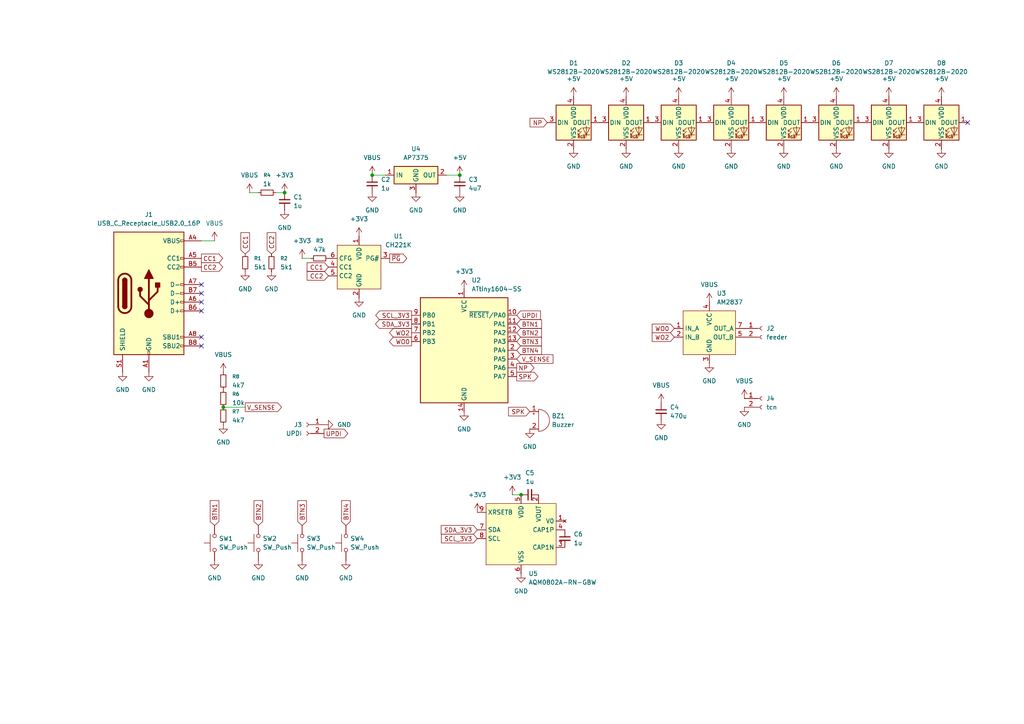
<source format=kicad_sch>
(kicad_sch (version 20250114) (generator "eeschema") (generator_version "9.0")
  (paper "A4")
  (lib_symbols
    (symbol "Connector:Conn_01x02_Socket" (pin_names (offset 1.016) (hide yes))
      (property "Reference" "J" (at 0 2.54 0))
      (property "Value" "Conn_01x02_Socket" (at 0 -5.08 0))
      (symbol "Conn_01x02_Socket_1_1"
        (polyline (pts (xy -1.27 0) (xy -0.508 0)) (stroke (width 0.1524)))
        (polyline (pts (xy -1.27 -2.54) (xy -0.508 -2.54)) (stroke (width 0.1524)))
        (arc (start 0 -0.508) (mid -0.5058 0) (end 0 0.508) (stroke (width 0.1524)))
        (arc (start 0 -3.048) (mid -0.5058 -2.54) (end 0 -2.032) (stroke (width 0.1524)))
        (pin passive line (at -5.08 0 0) (length 3.81) (name "Pin_1") (number "1"))
        (pin passive line (at -5.08 -2.54 0) (length 3.81) (name "Pin_2") (number "2"))
      )
    )
    (symbol "Connector:USB_C_Receptacle_USB2.0_16P" (pin_names (offset 1.016))
      (property "Reference" "J" (at 0 22.225 0))
      (property "Value" "USB_C_Receptacle_USB2.0_16P" (at 0 19.685 0))
      (symbol "USB_C_Receptacle_USB2.0_16P_0_0"
        (rectangle (start -0.254 -17.78) (end 0.254 -16.764))
        (rectangle (start 10.16 15.494) (end 9.144 14.986))
        (rectangle (start 10.16 10.414) (end 9.144 9.906))
        (rectangle (start 10.16 7.874) (end 9.144 7.366))
        (rectangle (start 10.16 2.794) (end 9.144 2.286))
        (rectangle (start 10.16 0.254) (end 9.144 -0.254))
        (rectangle (start 10.16 -2.286) (end 9.144 -2.794))
        (rectangle (start 10.16 -4.826) (end 9.144 -5.334))
        (rectangle (start 10.16 -12.446) (end 9.144 -12.954))
        (rectangle (start 10.16 -14.986) (end 9.144 -15.494))
      )
      (symbol "USB_C_Receptacle_USB2.0_16P_0_1"
        (rectangle (start -10.16 17.78) (end 10.16 -17.78) (stroke (width 0.254)) (fill (type background)))
        (polyline (pts (xy -8.89 -3.81) (xy -8.89 3.81)) (stroke (width 0.508)))
        (rectangle (start -7.62 -3.81) (end -6.35 3.81) (stroke (width 0.254)) (fill (type outline)))
        (arc (start -7.62 3.81) (mid -6.985 4.4423) (end -6.35 3.81) (stroke (width 0.254)))
        (arc (start -7.62 3.81) (mid -6.985 4.4423) (end -6.35 3.81) (stroke (width 0.254)) (fill (type outline)))
        (arc (start -8.89 3.81) (mid -6.985 5.7067) (end -5.08 3.81) (stroke (width 0.508)))
        (arc (start -5.08 -3.81) (mid -6.985 -5.7067) (end -8.89 -3.81) (stroke (width 0.508)))
        (arc (start -6.35 -3.81) (mid -6.985 -4.4423) (end -7.62 -3.81) (stroke (width 0.254)))
        (arc (start -6.35 -3.81) (mid -6.985 -4.4423) (end -7.62 -3.81) (stroke (width 0.254)) (fill (type outline)))
        (polyline (pts (xy -5.08 3.81) (xy -5.08 -3.81)) (stroke (width 0.508)))
        (circle (center -2.54 1.143) (radius 0.635) (stroke (width 0.254)) (fill (type outline)))
        (polyline (pts (xy -1.27 4.318) (xy 0 6.858) (xy 1.27 4.318) (xy -1.27 4.318)) (stroke (width 0.254)) (fill (type outline)))
        (polyline (pts (xy 0 -2.032) (xy 2.54 0.508) (xy 2.54 1.778)) (stroke (width 0.508)))
        (polyline (pts (xy 0 -3.302) (xy -2.54 -0.762) (xy -2.54 0.508)) (stroke (width 0.508)))
        (polyline (pts (xy 0 -5.842) (xy 0 4.318)) (stroke (width 0.508)))
        (circle (center 0 -5.842) (radius 1.27) (fill (type outline)))
        (rectangle (start 1.905 1.778) (end 3.175 3.048) (stroke (width 0.254)) (fill (type outline)))
      )
      (symbol "USB_C_Receptacle_USB2.0_16P_1_1"
        (pin passive line (at -7.62 -22.86 90) (length 5.08) (name "SHIELD") (number "S1"))
        (pin passive line (at 0 -22.86 90) (length 5.08) (name "GND") (number "A1"))
        (pin passive line (at 0 -22.86 90) (length 5.08) (hide yes) (name "GND") (number "A12"))
        (pin passive line (at 0 -22.86 90) (length 5.08) (hide yes) (name "GND") (number "B1"))
        (pin passive line (at 0 -22.86 90) (length 5.08) (hide yes) (name "GND") (number "B12"))
        (pin passive line (at 15.24 15.24 180) (length 5.08) (name "VBUS") (number "A4"))
        (pin passive line (at 15.24 15.24 180) (length 5.08) (hide yes) (name "VBUS") (number "A9"))
        (pin passive line (at 15.24 15.24 180) (length 5.08) (hide yes) (name "VBUS") (number "B4"))
        (pin passive line (at 15.24 15.24 180) (length 5.08) (hide yes) (name "VBUS") (number "B9"))
        (pin bidirectional line (at 15.24 10.16 180) (length 5.08) (name "CC1") (number "A5"))
        (pin bidirectional line (at 15.24 7.62 180) (length 5.08) (name "CC2") (number "B5"))
        (pin bidirectional line (at 15.24 2.54 180) (length 5.08) (name "D-") (number "A7"))
        (pin bidirectional line (at 15.24 0 180) (length 5.08) (name "D-") (number "B7"))
        (pin bidirectional line (at 15.24 -2.54 180) (length 5.08) (name "D+") (number "A6"))
        (pin bidirectional line (at 15.24 -5.08 180) (length 5.08) (name "D+") (number "B6"))
        (pin bidirectional line (at 15.24 -12.7 180) (length 5.08) (name "SBU1") (number "A8"))
        (pin bidirectional line (at 15.24 -15.24 180) (length 5.08) (name "SBU2") (number "B8"))
      )
    )
    (symbol "Device:Buzzer" (pin_names (offset 0.0254) (hide yes))
      (property "Reference" "BZ" (at 3.81 1.27 0))
      (property "Value" "Buzzer" (at 3.81 -1.27 0))
      (symbol "Buzzer_0_1"
        (polyline (pts (xy -1.651 1.905) (xy -1.143 1.905)))
        (polyline (pts (xy -1.397 2.159) (xy -1.397 1.651)))
        (arc (start 0 3.175) (mid 3.1612 0) (end 0 -3.175))
        (polyline (pts (xy 0 3.175) (xy 0 -3.175)))
      )
      (symbol "Buzzer_1_1"
        (pin passive line (at -2.54 2.54 0) (length 2.54) (name "+") (number "1"))
        (pin passive line (at -2.54 -2.54 0) (length 2.54) (name "-") (number "2"))
      )
    )
    (symbol "Device:C_Small" (pin_numbers (hide yes)) (pin_names (offset 0.254) (hide yes))
      (property "Reference" "C" (at 0.254 1.778 0))
      (property "Value" "C_Small" (at 0.254 -2.032 0))
      (symbol "C_Small_0_1"
        (polyline (pts (xy -1.524 0.508) (xy 1.524 0.508)) (stroke (width 0.3048)))
        (polyline (pts (xy -1.524 -0.508) (xy 1.524 -0.508)) (stroke (width 0.3302)))
      )
      (symbol "C_Small_1_1"
        (pin passive line (at 0 2.54 270) (length 2.032) (name "~") (number "1"))
        (pin passive line (at 0 -2.54 90) (length 2.032) (name "~") (number "2"))
      )
    )
    (symbol "Device:R_Small" (pin_numbers (hide yes)) (pin_names (offset 0.254) (hide yes))
      (property "Reference" "R" (at 0 0 90))
      (property "Value" "R_Small" (at 1.778 0 90))
      (symbol "R_Small_0_1"
        (rectangle (start -0.762 1.778) (end 0.762 -1.778) (stroke (width 0.2032)))
      )
      (symbol "R_Small_1_1"
        (pin passive line (at 0 2.54 270) (length 0.762) (name "~") (number "1"))
        (pin passive line (at 0 -2.54 90) (length 0.762) (name "~") (number "2"))
      )
    )
    (symbol "LED:WS2812B-2020" (pin_names (offset 0.254))
      (property "Reference" "D" (at 5.08 5.715 0))
      (property "Value" "WS2812B-2020" (at 1.27 -5.715 0))
      (symbol "WS2812B-2020_0_0"
        (text "RGB" (at 2.286 -4.191 0) (effects (font (size 0.762 0.762))))
      )
      (symbol "WS2812B-2020_0_1"
        (polyline (pts (xy 1.27 -2.54) (xy 1.778 -2.54)))
        (polyline (pts (xy 1.27 -3.556) (xy 1.778 -3.556)))
        (polyline (pts (xy 2.286 -1.524) (xy 1.27 -2.54) (xy 1.27 -2.032)))
        (polyline (pts (xy 2.286 -2.54) (xy 1.27 -3.556) (xy 1.27 -3.048)))
        (polyline (pts (xy 3.683 -1.016) (xy 3.683 -3.556) (xy 3.683 -4.064)))
        (polyline (pts (xy 4.699 -1.524) (xy 2.667 -1.524) (xy 3.683 -3.556) (xy 4.699 -1.524)))
        (polyline (pts (xy 4.699 -3.556) (xy 2.667 -3.556)))
        (rectangle (start 5.08 5.08) (end -5.08 -5.08) (stroke (width 0.254)) (fill (type background)))
      )
      (symbol "WS2812B-2020_1_1"
        (pin input line (at -7.62 0 0) (length 2.54) (name "DIN") (number "3"))
        (pin power_in line (at 0 7.62 270) (length 2.54) (name "VDD") (number "4"))
        (pin power_in line (at 0 -7.62 90) (length 2.54) (name "VSS") (number "2"))
        (pin output line (at 7.62 0 180) (length 2.54) (name "DOUT") (number "1"))
      )
    )
    (symbol "Library:AM2837"
      (property "Reference" "U" (at 0 0 0))
      (property "Value" "AM2837" (at 0 0 0))
      (symbol "AM2837_1_1"
        (rectangle (start -7.62 6.35) (end 7.62 -6.35) (fill (type background)))
        (pin input line (at -10.16 1.27 0) (length 2.54) (name "IN_A") (number "1"))
        (pin input line (at -10.16 -1.27 0) (length 2.54) (name "IN_B") (number "2"))
        (pin power_in line (at 0 8.89 270) (length 2.54) (name "VCC") (number "4"))
        (pin power_in line (at 0 -8.89 90) (length 2.54) (name "GND") (number "3"))
        (pin output line (at 10.16 1.27 180) (length 2.54) (name "OUT_A") (number "7"))
        (pin output line (at 10.16 1.27 180) (length 2.54) (hide yes) (name "OUT_A") (number "8"))
        (pin output line (at 10.16 -1.27 180) (length 2.54) (name "OUT_B") (number "5"))
        (pin output line (at 10.16 -1.27 180) (length 2.54) (hide yes) (name "OUT_B") (number "6"))
      )
    )
    (symbol "Library:AP7375"
      (property "Reference" "U" (at 0 6.35 0))
      (property "Value" "AP7375" (at 0 3.81 0))
      (symbol "AP7375_1_1"
        (rectangle (start -6.35 2.54) (end 6.35 -2.54) (stroke (width 0.254)) (fill (type background)))
        (pin power_in line (at -8.89 0 0) (length 2.54) (name "IN") (number "1"))
        (pin power_in line (at 0 -5.08 90) (length 2.54) (name "GND") (number "3"))
        (pin power_out line (at 8.89 0 180) (length 2.54) (name "OUT") (number "2"))
      )
    )
    (symbol "Library:AQM0802A-RN-GBW"
      (property "Reference" "U" (at 0 0 0))
      (property "Value" "AQM0802A-RN-GBW" (at 0 0 0))
      (symbol "AQM0802A-RN-GBW_1_1"
        (rectangle (start -10.16 8.89) (end 10.16 -8.89) (fill (type background)))
        (pin input line (at -12.7 6.35 0) (length 2.54) (name "XRSETB") (number "9"))
        (pin input line (at -12.7 1.27 0) (length 2.54) (name "SDA") (number "7"))
        (pin input line (at -12.7 -1.27 0) (length 2.54) (name "SCL") (number "8"))
        (pin power_in line (at 0 11.43 270) (length 2.54) (name "VDD") (number "5"))
        (pin power_in line (at 0 -11.43 90) (length 2.54) (name "VSS") (number "6"))
        (pin output line (at 5.08 11.43 270) (length 2.54) (name "VOUT") (number "2"))
        (pin no_connect line (at 12.7 3.81 180) (length 2.54) (name "V0") (number "1"))
        (pin output line (at 12.7 1.27 180) (length 2.54) (name "CAP1P") (number "4"))
        (pin output line (at 12.7 -3.81 180) (length 2.54) (name "CAP1N") (number "3"))
      )
    )
    (symbol "Library:CH221K"
      (property "Reference" "U" (at 5.08 10.16 0))
      (property "Value" "CH221K" (at 5.08 7.62 0))
      (symbol "CH221K_1_1"
        (rectangle (start -6.35 6.35) (end 6.35 -6.35) (fill (type background)))
        (pin input line (at -8.89 2.54 0) (length 2.54) (name "CFG") (number "6"))
        (pin input line (at -8.89 0 0) (length 2.54) (name "CC1") (number "4"))
        (pin input line (at -8.89 -2.54 0) (length 2.54) (name "CC2") (number "5"))
        (pin power_in line (at 0 8.89 270) (length 2.54) (name "VDD") (number "1"))
        (pin power_in line (at 0 -8.89 90) (length 2.54) (name "GND") (number "2"))
        (pin output line (at 8.89 2.54 180) (length 2.54) (name "PG#") (number "3"))
      )
    )
    (symbol "MCU_Microchip_ATtiny:ATtiny1604-SS"
      (property "Reference" "U" (at -12.7 16.51 0))
      (property "Value" "ATtiny1604-SS" (at 2.54 -16.51 0))
      (symbol "ATtiny1604-SS_0_1"
        (rectangle (start -12.7 -15.24) (end 12.7 15.24) (stroke (width 0.254)) (fill (type background)))
      )
      (symbol "ATtiny1604-SS_1_1"
        (pin bidirectional line (at -15.24 10.16 0) (length 2.54) (name "PB0") (number "9"))
        (pin bidirectional line (at -15.24 7.62 0) (length 2.54) (name "PB1") (number "8"))
        (pin bidirectional line (at -15.24 5.08 0) (length 2.54) (name "PB2") (number "7"))
        (pin bidirectional line (at -15.24 2.54 0) (length 2.54) (name "PB3") (number "6"))
        (pin power_in line (at 0 17.78 270) (length 2.54) (name "VCC") (number "1"))
        (pin power_in line (at 0 -17.78 90) (length 2.54) (name "GND") (number "14"))
        (pin bidirectional line (at 15.24 10.16 180) (length 2.54) (name "~{RESET}/PA0") (number "10"))
        (pin bidirectional line (at 15.24 7.62 180) (length 2.54) (name "PA1") (number "11"))
        (pin bidirectional line (at 15.24 5.08 180) (length 2.54) (name "PA2") (number "12"))
        (pin bidirectional line (at 15.24 2.54 180) (length 2.54) (name "PA3") (number "13"))
        (pin bidirectional line (at 15.24 0 180) (length 2.54) (name "PA4") (number "2"))
        (pin bidirectional line (at 15.24 -2.54 180) (length 2.54) (name "PA5") (number "3"))
        (pin bidirectional line (at 15.24 -5.08 180) (length 2.54) (name "PA6") (number "4"))
        (pin bidirectional line (at 15.24 -7.62 180) (length 2.54) (name "PA7") (number "5"))
      )
    )
    (symbol "Switch:SW_Push" (pin_numbers (hide yes)) (pin_names (offset 1.016) (hide yes))
      (property "Reference" "SW" (at 1.27 2.54 0))
      (property "Value" "SW_Push" (at 0 -1.524 0))
      (symbol "SW_Push_0_1"
        (circle (center -2.032 0) (radius 0.508))
        (polyline (pts (xy 0 1.27) (xy 0 3.048)))
        (circle (center 2.032 0) (radius 0.508))
        (polyline (pts (xy 2.54 1.27) (xy -2.54 1.27)))
        (pin passive line (at -5.08 0 0) (length 2.54) (name "1") (number "1"))
        (pin passive line (at 5.08 0 180) (length 2.54) (name "2") (number "2"))
      )
    )
    (symbol "power:+3V3" (power) (pin_numbers (hide yes)) (pin_names (offset 0) (hide yes))
      (property "Value" "+3V3" (at 0 3.556 0))
      (symbol "+3V3_0_1"
        (polyline (pts (xy -0.762 1.27) (xy 0 2.54)))
        (polyline (pts (xy 0 2.54) (xy 0.762 1.27)))
        (polyline (pts (xy 0 0) (xy 0 2.54)))
      )
      (symbol "+3V3_1_1"
        (pin power_in line (at 0 0 90) (length 0) (name "~") (number "1"))
      )
    )
    (symbol "power:+5V" (power) (pin_numbers (hide yes)) (pin_names (offset 0) (hide yes))
      (property "Value" "+5V" (at 0 3.556 0))
      (symbol "+5V_0_1"
        (polyline (pts (xy -0.762 1.27) (xy 0 2.54)))
        (polyline (pts (xy 0 2.54) (xy 0.762 1.27)))
        (polyline (pts (xy 0 0) (xy 0 2.54)))
      )
      (symbol "+5V_1_1"
        (pin power_in line (at 0 0 90) (length 0) (name "~") (number "1"))
      )
    )
    (symbol "power:GND" (power) (pin_numbers (hide yes)) (pin_names (offset 0) (hide yes))
      (property "Value" "GND" (at 0 -3.81 0))
      (symbol "GND_0_1"
        (polyline (pts (xy 0 0) (xy 0 -1.27) (xy 1.27 -1.27) (xy 0 -2.54) (xy -1.27 -1.27) (xy 0 -1.27)))
      )
      (symbol "GND_1_1"
        (pin power_in line (at 0 0 270) (length 0) (name "~") (number "1"))
      )
    )
    (symbol "power:VBUS" (power) (pin_numbers (hide yes)) (pin_names (offset 0) (hide yes))
      (property "Value" "VBUS" (at 0 3.556 0))
      (symbol "VBUS_0_1"
        (polyline (pts (xy -0.762 1.27) (xy 0 2.54)))
        (polyline (pts (xy 0 2.54) (xy 0.762 1.27)))
        (polyline (pts (xy 0 0) (xy 0 2.54)))
      )
      (symbol "VBUS_1_1"
        (pin power_in line (at 0 0 90) (length 0) (name "~") (number "1"))
      )
    )
  )
  (junction (at 151.13 143.51))
  (junction (at 82.55 55.88))
  (junction (at 64.77 118.11))
  (junction (at 107.95 50.8))
  (junction (at 133.35 50.8))
  (no_connect (at 58.42 82.55))
  (no_connect (at 58.42 100.33))
  (no_connect (at 280.67 35.56))
  (no_connect (at 58.42 90.17))
  (no_connect (at 58.42 85.09))
  (no_connect (at 58.42 87.63))
  (no_connect (at 58.42 97.79))
  (wire (pts (xy 62.23 69.85) (xy 58.42 69.85)))
  (wire (pts (xy 87.63 74.93) (xy 90.17 74.93)))
  (wire (pts (xy 74.93 55.88) (xy 72.39 55.88)))
  (wire (pts (xy 148.59 143.51) (xy 151.13 143.51)))
  (wire (pts (xy 133.35 50.8) (xy 129.54 50.8)))
  (wire (pts (xy 80.01 55.88) (xy 82.55 55.88)))
  (wire (pts (xy 107.95 50.8) (xy 111.76 50.8)))
  (wire (pts (xy 71.12 118.11) (xy 64.77 118.11)))
  (global_label "BTN3" (shape input) (at 149.86 99.06 0) (property "Intersheetrefs" "${INTERSHEET_REFS}" (effects (hide yes))))
  (global_label "V_SENSE" (shape output) (at 71.12 118.11 0) (property "Intersheetrefs" "${INTERSHEET_REFS}" (effects (hide yes))))
  (global_label "SCL_3V3" (shape input) (at 138.43 156.21 180) (property "Intersheetrefs" "${INTERSHEET_REFS}" (effects (hide yes))))
  (global_label "SDA_3V3" (shape output) (at 119.38 93.98 180) (property "Intersheetrefs" "${INTERSHEET_REFS}" (effects (hide yes))))
  (global_label "WO2" (shape input) (at 195.58 97.79 180) (property "Intersheetrefs" "${INTERSHEET_REFS}" (effects (hide yes))))
  (global_label "CC2" (shape input) (at 95.25 80.01 180) (property "Intersheetrefs" "${INTERSHEET_REFS}" (effects (hide yes))))
  (global_label "BTN2" (shape input) (at 149.86 96.52 0) (property "Intersheetrefs" "${INTERSHEET_REFS}" (effects (hide yes))))
  (global_label "BTN1" (shape input) (at 62.23 152.4 90) (property "Intersheetrefs" "${INTERSHEET_REFS}" (effects (hide yes))))
  (global_label "WO2" (shape output) (at 119.38 96.52 180) (property "Intersheetrefs" "${INTERSHEET_REFS}" (effects (hide yes))))
  (global_label "SPK" (shape output) (at 149.86 109.22 0) (property "Intersheetrefs" "${INTERSHEET_REFS}" (effects (hide yes))))
  (global_label "SDA_3V3" (shape input) (at 138.43 153.67 180) (property "Intersheetrefs" "${INTERSHEET_REFS}" (effects (hide yes))))
  (global_label "CC2" (shape output) (at 58.42 77.47 0) (property "Intersheetrefs" "${INTERSHEET_REFS}" (effects (hide yes))))
  (global_label "WO0" (shape output) (at 119.38 99.06 180) (property "Intersheetrefs" "${INTERSHEET_REFS}" (effects (hide yes))))
  (global_label "UPDI" (shape input) (at 149.86 91.44 0) (property "Intersheetrefs" "${INTERSHEET_REFS}" (effects (hide yes))))
  (global_label "BTN2" (shape input) (at 74.93 152.4 90) (property "Intersheetrefs" "${INTERSHEET_REFS}" (effects (hide yes))))
  (global_label "CC1" (shape input) (at 95.25 77.47 180) (property "Intersheetrefs" "${INTERSHEET_REFS}" (effects (hide yes))))
  (global_label "BTN3" (shape input) (at 87.63 152.4 90) (property "Intersheetrefs" "${INTERSHEET_REFS}" (effects (hide yes))))
  (global_label "NP" (shape output) (at 149.86 106.68 0) (property "Intersheetrefs" "${INTERSHEET_REFS}" (effects (hide yes))))
  (global_label "BTN4" (shape input) (at 149.86 101.6 0) (property "Intersheetrefs" "${INTERSHEET_REFS}" (effects (hide yes))))
  (global_label "~{PG}" (shape output) (at 113.03 74.93 0) (property "Intersheetrefs" "${INTERSHEET_REFS}" (effects (hide yes))))
  (global_label "CC1" (shape output) (at 58.42 74.93 0) (property "Intersheetrefs" "${INTERSHEET_REFS}" (effects (hide yes))))
  (global_label "BTN4" (shape input) (at 100.33 152.4 90) (property "Intersheetrefs" "${INTERSHEET_REFS}" (effects (hide yes))))
  (global_label "NP" (shape input) (at 158.75 35.56 180) (property "Intersheetrefs" "${INTERSHEET_REFS}" (effects (hide yes))))
  (global_label "V_SENSE" (shape input) (at 149.86 104.14 0) (property "Intersheetrefs" "${INTERSHEET_REFS}" (effects (hide yes))))
  (global_label "BTN1" (shape input) (at 149.86 93.98 0) (property "Intersheetrefs" "${INTERSHEET_REFS}" (effects (hide yes))))
  (global_label "CC1" (shape input) (at 71.12 73.66 90) (property "Intersheetrefs" "${INTERSHEET_REFS}" (effects (hide yes))))
  (global_label "SCL_3V3" (shape output) (at 119.38 91.44 180) (property "Intersheetrefs" "${INTERSHEET_REFS}" (effects (hide yes))))
  (global_label "WO0" (shape input) (at 195.58 95.25 180) (property "Intersheetrefs" "${INTERSHEET_REFS}" (effects (hide yes))))
  (global_label "SPK" (shape input) (at 153.67 119.38 180) (property "Intersheetrefs" "${INTERSHEET_REFS}" (effects (hide yes))))
  (global_label "CC2" (shape input) (at 78.74 73.66 90) (property "Intersheetrefs" "${INTERSHEET_REFS}" (effects (hide yes))))
  (global_label "UPDI" (shape output) (at 93.98 125.73 0) (property "Intersheetrefs" "${INTERSHEET_REFS}" (effects (hide yes))))
  (symbol (lib_id "power:+5V") (at 212.09 27.94 0) (unit 1)
    (property "Reference" "#PWR028" (effects (hide yes)))
    (property "Value" "+5V" (at 212.09 22.86 0))
    (property "Description" "Power symbol creates a global label with name \"+5V\"" (effects (hide yes)))
  )
  (symbol (lib_id "power:+3V3") (at 148.59 143.51 0) (unit 1)
    (property "Reference" "#PWR062" (effects (hide yes)))
    (property "Value" "+3V3" (at 148.59 138.43 0))
    (property "Description" "Power symbol creates a global label with name \"+3V3\"" (effects (hide yes)))
  )
  (symbol (lib_id "power:GND") (at 153.67 124.46 0) (unit 1)
    (property "Reference" "#PWR052" (effects (hide yes)))
    (property "Value" "GND" (at 153.67 129.54 0))
    (property "Description" "Power symbol creates a global label with name \"GND\" , ground" (effects (hide yes)))
  )
  (symbol (lib_id "Device:C_Small") (at 153.67 143.51 90) (unit 1)
    (property "Reference" "C5" (at 153.6763 137.16 90))
    (property "Value" "1u" (at 153.6763 139.7 90))
    (property "Footprint" "Capacitor_SMD:C_0603_1608Metric" (effects (hide yes)))
    (property "Description" "Unpolarized capacitor, small symbol" (effects (hide yes)))
  )
  (symbol (lib_id "Device:R_Small") (at 78.74 76.2 0) (unit 1)
    (property "Reference" "R2" (at 81.28 74.9299 0) (effects (font (size 1.016 1.016)) (justify left)))
    (property "Value" "5k1" (at 81.28 77.4699 0) (effects (justify left)))
    (property "Footprint" "Resistor_SMD:R_0603_1608Metric" (effects (hide yes)))
    (property "Description" "Resistor, small symbol" (effects (hide yes)))
  )
  (symbol (lib_id "power:GND") (at 134.62 119.38 0) (unit 1)
    (property "Reference" "#PWR013" (effects (hide yes)))
    (property "Value" "GND" (at 134.62 124.46 0))
    (property "Description" "Power symbol creates a global label with name \"GND\" , ground" (effects (hide yes)))
  )
  (symbol (lib_id "Device:C_Small") (at 191.77 119.38 0) (unit 1)
    (property "Reference" "C4" (at 194.31 118.1162 0) (effects (justify left)))
    (property "Value" "470u" (at 194.31 120.6562 0) (effects (justify left)))
    (property "Footprint" "Capacitor_THT:CP_Radial_D8.0mm_P3.50mm" (effects (hide yes)))
    (property "Description" "Unpolarized capacitor, small symbol" (effects (hide yes)))
  )
  (symbol (lib_id "Device:R_Small") (at 71.12 76.2 0) (unit 1)
    (property "Reference" "R1" (at 73.66 74.9299 0) (effects (font (size 1.016 1.016)) (justify left)))
    (property "Value" "5k1" (at 73.66 77.4699 0) (effects (justify left)))
    (property "Footprint" "Resistor_SMD:R_0603_1608Metric" (effects (hide yes)))
    (property "Description" "Resistor, small symbol" (effects (hide yes)))
  )
  (symbol (lib_id "LED:WS2812B-2020") (at 181.61 35.56 0) (unit 1)
    (property "Reference" "D2" (at 181.61 18.288 0))
    (property "Value" "WS2812B-2020" (at 181.61 20.828 0))
    (property "Footprint" "LED_SMD:LED_WS2812B-2020_PLCC4_2.0x2.0mm" (effects (hide yes)))
    (property "Datasheet" "https://cdn-shop.adafruit.com/product-files/4684/4684_WS2812B-2020_V1.3_EN.pdf" (effects (hide yes)))
    (property "Description" "RGB LED with integrated controller, 2.0 x 2.0 mm, 12 mA" (effects (hide yes)))
  )
  (symbol (lib_id "power:GND") (at 181.61 43.18 0) (unit 1)
    (property "Reference" "#PWR025" (effects (hide yes)))
    (property "Value" "GND" (at 181.61 48.26 0))
    (property "Description" "Power symbol creates a global label with name \"GND\" , ground" (effects (hide yes)))
  )
  (symbol (lib_id "LED:WS2812B-2020") (at 166.37 35.56 0) (unit 1)
    (property "Reference" "D1" (at 166.37 18.288 0))
    (property "Value" "WS2812B-2020" (at 166.37 20.828 0))
    (property "Footprint" "LED_SMD:LED_WS2812B-2020_PLCC4_2.0x2.0mm" (effects (hide yes)))
    (property "Datasheet" "https://cdn-shop.adafruit.com/product-files/4684/4684_WS2812B-2020_V1.3_EN.pdf" (effects (hide yes)))
    (property "Description" "RGB LED with integrated controller, 2.0 x 2.0 mm, 12 mA" (effects (hide yes)))
  )
  (symbol (lib_id "power:GND") (at 35.56 107.95 0) (unit 1)
    (property "Reference" "#PWR04" (effects (hide yes)))
    (property "Value" "GND" (at 35.56 113.03 0))
    (property "Description" "Power symbol creates a global label with name \"GND\" , ground" (effects (hide yes)))
  )
  (symbol (lib_id "power:VBUS") (at 191.77 116.84 0) (unit 1)
    (property "Reference" "#PWR050" (effects (hide yes)))
    (property "Value" "VBUS" (at 191.77 111.76 0))
    (property "Description" "Power symbol creates a global label with name \"VBUS\"" (effects (hide yes)))
  )
  (symbol (lib_id "power:+3V3") (at 134.62 83.82 0) (unit 1)
    (property "Reference" "#PWR012" (effects (hide yes)))
    (property "Value" "+3V3" (at 134.62 78.74 0))
    (property "Description" "Power symbol creates a global label with name \"+3V3\"" (effects (hide yes)))
  )
  (symbol (lib_id "power:+5V") (at 242.57 27.94 0) (unit 1)
    (property "Reference" "#PWR032" (effects (hide yes)))
    (property "Value" "+5V" (at 242.57 22.86 0))
    (property "Description" "Power symbol creates a global label with name \"+5V\"" (effects (hide yes)))
  )
  (symbol (lib_id "Device:R_Small") (at 64.77 110.49 0) (unit 1)
    (property "Reference" "R8" (at 67.31 109.2199 0) (effects (font (size 1.016 1.016)) (justify left)))
    (property "Value" "4k7" (at 67.31 111.7599 0) (effects (justify left)))
    (property "Footprint" "Resistor_SMD:R_0603_1608Metric" (effects (hide yes)))
    (property "Description" "Resistor, small symbol" (effects (hide yes)))
  )
  (symbol (lib_id "Device:R_Small") (at 64.77 120.65 0) (unit 1)
    (property "Reference" "R7" (at 67.31 119.3799 0) (effects (font (size 1.016 1.016)) (justify left)))
    (property "Value" "4k7" (at 67.31 121.9199 0) (effects (justify left)))
    (property "Footprint" "Resistor_SMD:R_0603_1608Metric" (effects (hide yes)))
    (property "Description" "Resistor, small symbol" (effects (hide yes)))
  )
  (symbol (lib_id "Library:AQM0802A-RN-GBW") (at 151.13 154.94 0) (unit 1)
    (property "Reference" "U5" (at 153.2733 166.37 0) (effects (justify left)))
    (property "Value" "AQM0802A-RN-GBW" (at 153.2733 168.91 0) (effects (justify left)))
    (property "Footprint" "Library:AQM0802A-RN-GBW" (effects (hide yes)))
  )
  (symbol (lib_id "Device:R_Small") (at 77.47 55.88 90) (unit 1)
    (property "Reference" "R4" (at 77.47 50.8 90) (effects (font (size 1.016 1.016))))
    (property "Value" "1k" (at 77.47 53.34 90))
    (property "Footprint" "Resistor_SMD:R_0603_1608Metric" (effects (hide yes)))
    (property "Description" "Resistor, small symbol" (effects (hide yes)))
  )
  (symbol (lib_id "power:GND") (at 273.05 43.18 0) (unit 1)
    (property "Reference" "#PWR037" (effects (hide yes)))
    (property "Value" "GND" (at 273.05 48.26 0))
    (property "Description" "Power symbol creates a global label with name \"GND\" , ground" (effects (hide yes)))
  )
  (symbol (lib_id "Connector:Conn_01x02_Socket") (at 220.98 95.25 0) (unit 1)
    (property "Reference" "J2" (at 222.25 95.2499 0) (effects (justify left)))
    (property "Value" "feeder" (at 222.25 97.7899 0) (effects (justify left)))
    (property "Footprint" "Connector_PinHeader_2.54mm:PinHeader_1x02_P2.54mm_Vertical" (effects (hide yes)))
    (property "Description" "Generic connector, single row, 01x02, script generated" (effects (hide yes)))
  )
  (symbol (lib_id "power:+5V") (at 257.81 27.94 0) (unit 1)
    (property "Reference" "#PWR034" (effects (hide yes)))
    (property "Value" "+5V" (at 257.81 22.86 0))
    (property "Description" "Power symbol creates a global label with name \"+5V\"" (effects (hide yes)))
  )
  (symbol (lib_id "power:+5V") (at 227.33 27.94 0) (unit 1)
    (property "Reference" "#PWR030" (effects (hide yes)))
    (property "Value" "+5V" (at 227.33 22.86 0))
    (property "Description" "Power symbol creates a global label with name \"+5V\"" (effects (hide yes)))
  )
  (symbol (lib_id "power:GND") (at 78.74 78.74 0) (unit 1)
    (property "Reference" "#PWR03" (effects (hide yes)))
    (property "Value" "GND" (at 78.74 83.82 0))
    (property "Description" "Power symbol creates a global label with name \"GND\" , ground" (effects (hide yes)))
  )
  (symbol (lib_id "power:GND") (at 133.35 55.88 0) (unit 1)
    (property "Reference" "#PWR023" (effects (hide yes)))
    (property "Value" "GND" (at 133.35 60.96 0))
    (property "Description" "Power symbol creates a global label with name \"GND\" , ground" (effects (hide yes)))
  )
  (symbol (lib_id "power:+5V") (at 196.85 27.94 0) (unit 1)
    (property "Reference" "#PWR026" (effects (hide yes)))
    (property "Value" "+5V" (at 196.85 22.86 0))
    (property "Description" "Power symbol creates a global label with name \"+5V\"" (effects (hide yes)))
  )
  (symbol (lib_id "power:GND") (at 215.9 118.11 0) (unit 1)
    (property "Reference" "#PWR061" (effects (hide yes)))
    (property "Value" "GND" (at 215.9 123.19 0))
    (property "Description" "Power symbol creates a global label with name \"GND\" , ground" (effects (hide yes)))
  )
  (symbol (lib_id "LED:WS2812B-2020") (at 257.81 35.56 0) (unit 1)
    (property "Reference" "D7" (at 257.81 18.288 0))
    (property "Value" "WS2812B-2020" (at 257.81 20.828 0))
    (property "Footprint" "LED_SMD:LED_WS2812B-2020_PLCC4_2.0x2.0mm" (effects (hide yes)))
    (property "Datasheet" "https://cdn-shop.adafruit.com/product-files/4684/4684_WS2812B-2020_V1.3_EN.pdf" (effects (hide yes)))
    (property "Description" "RGB LED with integrated controller, 2.0 x 2.0 mm, 12 mA" (effects (hide yes)))
  )
  (symbol (lib_id "Library:AP7375") (at 120.65 50.8 0) (unit 1)
    (property "Reference" "U4" (at 120.65 43.18 0))
    (property "Value" "AP7375" (at 120.65 45.72 0))
    (property "Footprint" "Package_TO_SOT_SMD:SOT-23-3" (effects (hide yes)))
    (property "Description" "https://akizukidenshi.com/catalog/g/g117597/" (effects (hide yes)))
  )
  (symbol (lib_id "power:GND") (at 227.33 43.18 0) (unit 1)
    (property "Reference" "#PWR031" (effects (hide yes)))
    (property "Value" "GND" (at 227.33 48.26 0))
    (property "Description" "Power symbol creates a global label with name \"GND\" , ground" (effects (hide yes)))
  )
  (symbol (lib_id "Switch:SW_Push") (at 87.63 157.48 90) (unit 1)
    (property "Reference" "SW3" (at 88.9 156.2099 90) (effects (justify right)))
    (property "Value" "SW_Push" (at 88.9 158.7499 90) (effects (justify right)))
    (property "Footprint" "Library:alps-skrg" (effects (hide yes)))
    (property "Description" "Push button switch, generic, two pins" (effects (hide yes)))
  )
  (symbol (lib_id "power:GND") (at 87.63 162.56 0) (unit 1)
    (property "Reference" "#PWR057" (effects (hide yes)))
    (property "Value" "GND" (at 87.63 167.64 0))
    (property "Description" "Power symbol creates a global label with name \"GND\" , ground" (effects (hide yes)))
  )
  (symbol (lib_id "MCU_Microchip_ATtiny:ATtiny1604-SS") (at 134.62 101.6 0) (unit 1)
    (property "Reference" "U2" (at 136.7633 81.28 0) (effects (justify left)))
    (property "Value" "ATtiny1604-SS" (at 136.7633 83.82 0) (effects (justify left)))
    (property "Footprint" "Package_SO:SOIC-14_3.9x8.7mm_P1.27mm" (effects (hide yes)))
    (property "Datasheet" "http://ww1.microchip.com/downloads/en/DeviceDoc/ATtiny804_1604-Data-Sheet-40002028A.pdf" (effects (hide yes)))
    (property "Description" "20MHz, 16kB Flash, 1kB SRAM, 256B EEPROM, SOIC-14" (effects (hide yes)))
  )
  (symbol (lib_id "power:GND") (at 257.81 43.18 0) (unit 1)
    (property "Reference" "#PWR035" (effects (hide yes)))
    (property "Value" "GND" (at 257.81 48.26 0))
    (property "Description" "Power symbol creates a global label with name \"GND\" , ground" (effects (hide yes)))
  )
  (symbol (lib_id "power:+3V3") (at 82.55 55.88 0) (unit 1)
    (property "Reference" "#PWR08" (effects (hide yes)))
    (property "Value" "+3V3" (at 82.55 50.8 0))
    (property "Description" "Power symbol creates a global label with name \"+3V3\"" (effects (hide yes)))
  )
  (symbol (lib_id "power:VBUS") (at 205.74 87.63 0) (unit 1)
    (property "Reference" "#PWR014" (effects (hide yes)))
    (property "Value" "VBUS" (at 205.74 82.55 0))
    (property "Description" "Power symbol creates a global label with name \"VBUS\"" (effects (hide yes)))
  )
  (symbol (lib_id "LED:WS2812B-2020") (at 242.57 35.56 0) (unit 1)
    (property "Reference" "D6" (at 242.57 18.288 0))
    (property "Value" "WS2812B-2020" (at 242.57 20.828 0))
    (property "Footprint" "LED_SMD:LED_WS2812B-2020_PLCC4_2.0x2.0mm" (effects (hide yes)))
    (property "Datasheet" "https://cdn-shop.adafruit.com/product-files/4684/4684_WS2812B-2020_V1.3_EN.pdf" (effects (hide yes)))
    (property "Description" "RGB LED with integrated controller, 2.0 x 2.0 mm, 12 mA" (effects (hide yes)))
  )
  (symbol (lib_id "power:GND") (at 64.77 123.19 0) (unit 1)
    (property "Reference" "#PWR054" (effects (hide yes)))
    (property "Value" "GND" (at 64.77 128.27 0))
    (property "Description" "Power symbol creates a global label with name \"GND\" , ground" (effects (hide yes)))
  )
  (symbol (lib_id "power:GND") (at 43.18 107.95 0) (unit 1)
    (property "Reference" "#PWR05" (effects (hide yes)))
    (property "Value" "GND" (at 43.18 113.03 0))
    (property "Description" "Power symbol creates a global label with name \"GND\" , ground" (effects (hide yes)))
  )
  (symbol (lib_id "power:VBUS") (at 107.95 50.8 0) (unit 1)
    (property "Reference" "#PWR09" (effects (hide yes)))
    (property "Value" "VBUS" (at 107.95 45.72 0))
    (property "Description" "Power symbol creates a global label with name \"VBUS\"" (effects (hide yes)))
  )
  (symbol (lib_id "power:+3V3") (at 138.43 148.59 0) (unit 1)
    (property "Reference" "#PWR064" (effects (hide yes)))
    (property "Value" "+3V3" (at 138.43 143.51 0))
    (property "Description" "Power symbol creates a global label with name \"+3V3\"" (effects (hide yes)))
  )
  (symbol (lib_id "LED:WS2812B-2020") (at 227.33 35.56 0) (unit 1)
    (property "Reference" "D5" (at 227.33 18.288 0))
    (property "Value" "WS2812B-2020" (at 227.33 20.828 0))
    (property "Footprint" "LED_SMD:LED_WS2812B-2020_PLCC4_2.0x2.0mm" (effects (hide yes)))
    (property "Datasheet" "https://cdn-shop.adafruit.com/product-files/4684/4684_WS2812B-2020_V1.3_EN.pdf" (effects (hide yes)))
    (property "Description" "RGB LED with integrated controller, 2.0 x 2.0 mm, 12 mA" (effects (hide yes)))
  )
  (symbol (lib_id "Device:Buzzer") (at 156.21 121.92 0) (unit 1)
    (property "Reference" "BZ1" (at 160.02 120.6499 0) (effects (justify left)))
    (property "Value" "Buzzer" (at 160.02 123.1899 0) (effects (justify left)))
    (property "Footprint" "Library:PKLCS1212E4001-R1" (effects (hide yes)))
    (property "Description" "Buzzer, polarized" (effects (hide yes)))
  )
  (symbol (lib_id "power:GND") (at 166.37 43.18 0) (unit 1)
    (property "Reference" "#PWR022" (effects (hide yes)))
    (property "Value" "GND" (at 166.37 48.26 0))
    (property "Description" "Power symbol creates a global label with name \"GND\" , ground" (effects (hide yes)))
  )
  (symbol (lib_id "power:+3V3") (at 104.14 68.58 0) (unit 1)
    (property "Reference" "#PWR017" (effects (hide yes)))
    (property "Value" "+3V3" (at 104.14 63.5 0))
    (property "Description" "Power symbol creates a global label with name \"+3V3\"" (effects (hide yes)))
  )
  (symbol (lib_id "power:VBUS") (at 215.9 115.57 0) (unit 1)
    (property "Reference" "#PWR060" (effects (hide yes)))
    (property "Value" "VBUS" (at 215.9 110.49 0))
    (property "Description" "Power symbol creates a global label with name \"VBUS\"" (effects (hide yes)))
  )
  (symbol (lib_id "Device:R_Small") (at 92.71 74.93 90) (unit 1)
    (property "Reference" "R3" (at 92.71 69.85 90) (effects (font (size 1.016 1.016))))
    (property "Value" "47k" (at 92.71 72.39 90))
    (property "Footprint" "Resistor_SMD:R_0603_1608Metric" (effects (hide yes)))
    (property "Description" "Resistor, small symbol" (effects (hide yes)))
  )
  (symbol (lib_id "power:GND") (at 104.14 86.36 0) (unit 1)
    (property "Reference" "#PWR06" (effects (hide yes)))
    (property "Value" "GND" (at 104.14 91.44 0))
    (property "Description" "Power symbol creates a global label with name \"GND\" , ground" (effects (hide yes)))
  )
  (symbol (lib_id "power:GND") (at 62.23 162.56 0) (unit 1)
    (property "Reference" "#PWR055" (effects (hide yes)))
    (property "Value" "GND" (at 62.23 167.64 0))
    (property "Description" "Power symbol creates a global label with name \"GND\" , ground" (effects (hide yes)))
  )
  (symbol (lib_id "power:GND") (at 196.85 43.18 0) (unit 1)
    (property "Reference" "#PWR027" (effects (hide yes)))
    (property "Value" "GND" (at 196.85 48.26 0))
    (property "Description" "Power symbol creates a global label with name \"GND\" , ground" (effects (hide yes)))
  )
  (symbol (lib_id "LED:WS2812B-2020") (at 212.09 35.56 0) (unit 1)
    (property "Reference" "D4" (at 212.09 18.288 0))
    (property "Value" "WS2812B-2020" (at 212.09 20.828 0))
    (property "Footprint" "LED_SMD:LED_WS2812B-2020_PLCC4_2.0x2.0mm" (effects (hide yes)))
    (property "Datasheet" "https://cdn-shop.adafruit.com/product-files/4684/4684_WS2812B-2020_V1.3_EN.pdf" (effects (hide yes)))
    (property "Description" "RGB LED with integrated controller, 2.0 x 2.0 mm, 12 mA" (effects (hide yes)))
  )
  (symbol (lib_id "Switch:SW_Push") (at 62.23 157.48 90) (unit 1)
    (property "Reference" "SW1" (at 63.5 156.2099 90) (effects (justify right)))
    (property "Value" "SW_Push" (at 63.5 158.7499 90) (effects (justify right)))
    (property "Footprint" "Library:alps-skrg" (effects (hide yes)))
    (property "Description" "Push button switch, generic, two pins" (effects (hide yes)))
  )
  (symbol (lib_id "power:+3V3") (at 87.63 74.93 0) (unit 1)
    (property "Reference" "#PWR07" (effects (hide yes)))
    (property "Value" "+3V3" (at 87.63 69.85 0))
    (property "Description" "Power symbol creates a global label with name \"+3V3\"" (effects (hide yes)))
  )
  (symbol (lib_id "power:+5V") (at 181.61 27.94 0) (unit 1)
    (property "Reference" "#PWR024" (effects (hide yes)))
    (property "Value" "+5V" (at 181.61 22.86 0))
    (property "Description" "Power symbol creates a global label with name \"+5V\"" (effects (hide yes)))
  )
  (symbol (lib_id "power:+5V") (at 166.37 27.94 0) (unit 1)
    (property "Reference" "#PWR021" (effects (hide yes)))
    (property "Value" "+5V" (at 166.37 22.86 0))
    (property "Description" "Power symbol creates a global label with name \"+5V\"" (effects (hide yes)))
  )
  (symbol (lib_id "Device:C_Small") (at 133.35 53.34 0) (unit 1)
    (property "Reference" "C3" (at 135.89 52.0762 0) (effects (justify left)))
    (property "Value" "4u7" (at 135.89 54.6162 0) (effects (justify left)))
    (property "Footprint" "Capacitor_SMD:C_0603_1608Metric" (effects (hide yes)))
    (property "Description" "Unpolarized capacitor, small symbol" (effects (hide yes)))
  )
  (symbol (lib_id "Library:CH221K") (at 104.14 77.47 0) (unit 1)
    (property "Reference" "U1" (at 115.57 68.5098 0))
    (property "Value" "CH221K" (at 115.57 71.0498 0))
    (property "Footprint" "Package_TO_SOT_SMD:SOT-23-6" (effects (hide yes)))
  )
  (symbol (lib_id "Device:C_Small") (at 163.83 156.21 0) (unit 1)
    (property "Reference" "C6" (at 166.37 154.9462 0) (effects (justify left)))
    (property "Value" "1u" (at 166.37 157.4862 0) (effects (justify left)))
    (property "Footprint" "Capacitor_SMD:C_0603_1608Metric" (effects (hide yes)))
    (property "Description" "Unpolarized capacitor, small symbol" (effects (hide yes)))
  )
  (symbol (lib_id "Connector:Conn_01x02_Socket") (at 220.98 115.57 0) (unit 1)
    (property "Reference" "J4" (at 222.25 115.5699 0) (effects (justify left)))
    (property "Value" "tcn" (at 222.25 118.1099 0) (effects (justify left)))
    (property "Footprint" "Connector_PinHeader_2.54mm:PinHeader_1x02_P2.54mm_Vertical" (effects (hide yes)))
    (property "Description" "Generic connector, single row, 01x02, script generated" (effects (hide yes)))
  )
  (symbol (lib_id "Connector:USB_C_Receptacle_USB2.0_16P") (at 43.18 85.09 0) (unit 1)
    (property "Reference" "J1" (at 43.18 62.23 0))
    (property "Value" "USB_C_Receptacle_USB2.0_16P" (at 43.18 64.77 0))
    (property "Footprint" "Connector_USB:USB_C_Receptacle_GCT_USB4105-xx-A_16P_TopMnt_Horizontal" (effects (hide yes)))
    (property "Datasheet" "https://www.usb.org/sites/default/files/documents/usb_type-c.zip" (effects (hide yes)))
    (property "Description" "USB 2.0-only 16P Type-C Receptacle connector" (effects (hide yes)))
  )
  (symbol (lib_id "power:GND") (at 205.74 105.41 0) (unit 1)
    (property "Reference" "#PWR015" (effects (hide yes)))
    (property "Value" "GND" (at 205.74 110.49 0))
    (property "Description" "Power symbol creates a global label with name \"GND\" , ground" (effects (hide yes)))
  )
  (symbol (lib_id "power:GND") (at 93.98 123.19 90) (unit 1)
    (property "Reference" "#PWR016" (effects (hide yes)))
    (property "Value" "GND" (at 97.79 123.1899 90) (effects (justify right)))
    (property "Description" "Power symbol creates a global label with name \"GND\" , ground" (effects (hide yes)))
  )
  (symbol (lib_id "power:GND") (at 120.65 55.88 0) (unit 1)
    (property "Reference" "#PWR019" (effects (hide yes)))
    (property "Value" "GND" (at 120.65 60.96 0))
    (property "Description" "Power symbol creates a global label with name \"GND\" , ground" (effects (hide yes)))
  )
  (symbol (lib_id "power:GND") (at 100.33 162.56 0) (unit 1)
    (property "Reference" "#PWR058" (effects (hide yes)))
    (property "Value" "GND" (at 100.33 167.64 0))
    (property "Description" "Power symbol creates a global label with name \"GND\" , ground" (effects (hide yes)))
  )
  (symbol (lib_id "power:GND") (at 151.13 166.37 0) (unit 1)
    (property "Reference" "#PWR063" (effects (hide yes)))
    (property "Value" "GND" (at 151.13 171.45 0))
    (property "Description" "Power symbol creates a global label with name \"GND\" , ground" (effects (hide yes)))
  )
  (symbol (lib_id "Switch:SW_Push") (at 100.33 157.48 90) (unit 1)
    (property "Reference" "SW4" (at 101.6 156.2099 90) (effects (justify right)))
    (property "Value" "SW_Push" (at 101.6 158.7499 90) (effects (justify right)))
    (property "Footprint" "Library:alps-skrg" (effects (hide yes)))
    (property "Description" "Push button switch, generic, two pins" (effects (hide yes)))
  )
  (symbol (lib_id "power:VBUS") (at 72.39 55.88 0) (unit 1)
    (property "Reference" "#PWR010" (effects (hide yes)))
    (property "Value" "VBUS" (at 72.39 50.8 0))
    (property "Description" "Power symbol creates a global label with name \"VBUS\"" (effects (hide yes)))
  )
  (symbol (lib_id "Connector:Conn_01x02_Socket") (at 88.9 123.19 0) (mirror y) (unit 1)
    (property "Reference" "J3" (at 87.63 123.1899 0) (effects (justify left)))
    (property "Value" "UPDI" (at 87.63 125.7299 0) (effects (justify left)))
    (property "Footprint" "Connector_PinSocket_2.54mm:PinSocket_1x02_P2.54mm_Vertical" (effects (hide yes)))
    (property "Description" "Generic connector, single row, 01x02, script generated" (effects (hide yes)))
  )
  (symbol (lib_id "Device:C_Small") (at 107.95 53.34 0) (unit 1)
    (property "Reference" "C2" (at 110.49 52.0762 0) (effects (justify left)))
    (property "Value" "1u" (at 110.49 54.6162 0) (effects (justify left)))
    (property "Footprint" "Capacitor_SMD:C_0603_1608Metric" (effects (hide yes)))
    (property "Description" "Unpolarized capacitor, small symbol" (effects (hide yes)))
  )
  (symbol (lib_id "Device:R_Small") (at 64.77 115.57 0) (unit 1)
    (property "Reference" "R6" (at 67.31 114.2999 0) (effects (font (size 1.016 1.016)) (justify left)))
    (property "Value" "10k" (at 67.31 116.8399 0) (effects (justify left)))
    (property "Footprint" "Resistor_SMD:R_0603_1608Metric" (effects (hide yes)))
    (property "Description" "Resistor, small symbol" (effects (hide yes)))
  )
  (symbol (lib_id "power:+5V") (at 273.05 27.94 0) (unit 1)
    (property "Reference" "#PWR036" (effects (hide yes)))
    (property "Value" "+5V" (at 273.05 22.86 0))
    (property "Description" "Power symbol creates a global label with name \"+5V\"" (effects (hide yes)))
  )
  (symbol (lib_id "power:GND") (at 212.09 43.18 0) (unit 1)
    (property "Reference" "#PWR029" (effects (hide yes)))
    (property "Value" "GND" (at 212.09 48.26 0))
    (property "Description" "Power symbol creates a global label with name \"GND\" , ground" (effects (hide yes)))
  )
  (symbol (lib_id "LED:WS2812B-2020") (at 196.85 35.56 0) (unit 1)
    (property "Reference" "D3" (at 196.85 18.288 0))
    (property "Value" "WS2812B-2020" (at 196.85 20.828 0))
    (property "Footprint" "LED_SMD:LED_WS2812B-2020_PLCC4_2.0x2.0mm" (effects (hide yes)))
    (property "Datasheet" "https://cdn-shop.adafruit.com/product-files/4684/4684_WS2812B-2020_V1.3_EN.pdf" (effects (hide yes)))
    (property "Description" "RGB LED with integrated controller, 2.0 x 2.0 mm, 12 mA" (effects (hide yes)))
  )
  (symbol (lib_id "power:+5V") (at 133.35 50.8 0) (unit 1)
    (property "Reference" "#PWR020" (effects (hide yes)))
    (property "Value" "+5V" (at 133.35 45.72 0))
    (property "Description" "Power symbol creates a global label with name \"+5V\"" (effects (hide yes)))
  )
  (symbol (lib_id "power:VBUS") (at 64.77 107.95 0) (unit 1)
    (property "Reference" "#PWR053" (effects (hide yes)))
    (property "Value" "VBUS" (at 64.77 102.87 0))
    (property "Description" "Power symbol creates a global label with name \"VBUS\"" (effects (hide yes)))
  )
  (symbol (lib_id "power:GND") (at 107.95 55.88 0) (unit 1)
    (property "Reference" "#PWR018" (effects (hide yes)))
    (property "Value" "GND" (at 107.95 60.96 0))
    (property "Description" "Power symbol creates a global label with name \"GND\" , ground" (effects (hide yes)))
  )
  (symbol (lib_id "power:GND") (at 82.55 60.96 0) (unit 1)
    (property "Reference" "#PWR011" (effects (hide yes)))
    (property "Value" "GND" (at 82.55 66.04 0))
    (property "Description" "Power symbol creates a global label with name \"GND\" , ground" (effects (hide yes)))
  )
  (symbol (lib_id "power:GND") (at 71.12 78.74 0) (unit 1)
    (property "Reference" "#PWR01" (effects (hide yes)))
    (property "Value" "GND" (at 71.12 83.82 0))
    (property "Description" "Power symbol creates a global label with name \"GND\" , ground" (effects (hide yes)))
  )
  (symbol (lib_id "power:GND") (at 242.57 43.18 0) (unit 1)
    (property "Reference" "#PWR033" (effects (hide yes)))
    (property "Value" "GND" (at 242.57 48.26 0))
    (property "Description" "Power symbol creates a global label with name \"GND\" , ground" (effects (hide yes)))
  )
  (symbol (lib_id "Switch:SW_Push") (at 74.93 157.48 90) (unit 1)
    (property "Reference" "SW2" (at 76.2 156.2099 90) (effects (justify right)))
    (property "Value" "SW_Push" (at 76.2 158.7499 90) (effects (justify right)))
    (property "Footprint" "Library:alps-skrg" (effects (hide yes)))
    (property "Description" "Push button switch, generic, two pins" (effects (hide yes)))
  )
  (symbol (lib_id "Device:C_Small") (at 82.55 58.42 0) (unit 1)
    (property "Reference" "C1" (at 85.09 57.1562 0) (effects (justify left)))
    (property "Value" "1u" (at 85.09 59.6962 0) (effects (justify left)))
    (property "Footprint" "Capacitor_SMD:C_0603_1608Metric" (effects (hide yes)))
    (property "Description" "Unpolarized capacitor, small symbol" (effects (hide yes)))
  )
  (symbol (lib_id "power:VBUS") (at 62.23 69.85 0) (unit 1)
    (property "Reference" "#PWR02" (effects (hide yes)))
    (property "Value" "VBUS" (at 62.23 64.77 0))
    (property "Description" "Power symbol creates a global label with name \"VBUS\"" (effects (hide yes)))
  )
  (symbol (lib_id "power:GND") (at 191.77 121.92 0) (unit 1)
    (property "Reference" "#PWR051" (effects (hide yes)))
    (property "Value" "GND" (at 191.77 127 0))
    (property "Description" "Power symbol creates a global label with name \"GND\" , ground" (effects (hide yes)))
  )
  (symbol (lib_id "Library:AM2837") (at 205.74 96.52 0) (unit 1)
    (property "Reference" "U3" (at 207.8833 85.09 0) (effects (justify left)))
    (property "Value" "AM2837" (at 207.8833 87.63 0) (effects (justify left)))
    (property "Footprint" "Package_SO:SOP-8_3.76x4.96mm_P1.27mm" (effects (hide yes)))
  )
  (symbol (lib_id "power:GND") (at 74.93 162.56 0) (unit 1)
    (property "Reference" "#PWR056" (effects (hide yes)))
    (property "Value" "GND" (at 74.93 167.64 0))
    (property "Description" "Power symbol creates a global label with name \"GND\" , ground" (effects (hide yes)))
  )
  (symbol (lib_id "LED:WS2812B-2020") (at 273.05 35.56 0) (unit 1)
    (property "Reference" "D8" (at 273.05 18.288 0))
    (property "Value" "WS2812B-2020" (at 273.05 20.828 0))
    (property "Footprint" "LED_SMD:LED_WS2812B-2020_PLCC4_2.0x2.0mm" (effects (hide yes)))
    (property "Datasheet" "https://cdn-shop.adafruit.com/product-files/4684/4684_WS2812B-2020_V1.3_EN.pdf" (effects (hide yes)))
    (property "Description" "RGB LED with integrated controller, 2.0 x 2.0 mm, 12 mA" (effects (hide yes)))
  )
)
</source>
